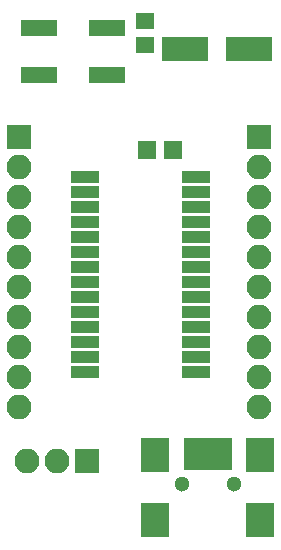
<source format=gts>
%TF.GenerationSoftware,KiCad,Pcbnew,4.0.7*%
%TF.CreationDate,2019-09-16T14:18:56-03:00*%
%TF.ProjectId,pinguicaro,70696E6775696361726F2E6B69636164,rev?*%
%TF.FileFunction,Soldermask,Top*%
%FSLAX46Y46*%
G04 Gerber Fmt 4.6, Leading zero omitted, Abs format (unit mm)*
G04 Created by KiCad (PCBNEW 4.0.7) date Mon Sep 16 14:18:56 2019*
%MOMM*%
%LPD*%
G01*
G04 APERTURE LIST*
%ADD10C,0.100000*%
%ADD11R,1.650000X1.400000*%
%ADD12R,3.900000X2.000000*%
%ADD13R,1.600000X1.600000*%
%ADD14R,0.900000X2.700000*%
%ADD15R,2.400000X2.900000*%
%ADD16C,1.300000*%
%ADD17R,3.150000X1.400000*%
%ADD18R,2.400000X1.000000*%
%ADD19R,2.100000X2.100000*%
%ADD20O,2.100000X2.100000*%
G04 APERTURE END LIST*
D10*
D11*
X159225000Y-81600000D03*
X159225000Y-83600000D03*
D12*
X162650000Y-84000000D03*
X168050000Y-84000000D03*
D13*
X161650000Y-92500000D03*
X159450000Y-92500000D03*
D14*
X162975000Y-118225000D03*
X163775000Y-118225000D03*
X164575000Y-118225000D03*
X165375000Y-118225000D03*
X166175000Y-118225000D03*
D15*
X160125000Y-118325000D03*
X160125000Y-123825000D03*
X169025000Y-118325000D03*
X169025000Y-123825000D03*
D16*
X162375000Y-120825000D03*
X166775000Y-120825000D03*
D17*
X156055000Y-86200000D03*
X150295000Y-86200000D03*
X150295000Y-82200000D03*
X156055000Y-82200000D03*
D18*
X154153952Y-94845000D03*
X154153952Y-96115000D03*
X154153952Y-97385000D03*
X154153952Y-98655000D03*
X154153952Y-99925000D03*
X154153952Y-101195000D03*
X154153952Y-102465000D03*
X154153952Y-103735000D03*
X154153952Y-105005000D03*
X154153952Y-106275000D03*
X154153952Y-107545000D03*
X154153952Y-108815000D03*
X154153952Y-110085000D03*
X154153952Y-111355000D03*
X163553952Y-111355000D03*
X163553952Y-110085000D03*
X163553952Y-108815000D03*
X163553952Y-107545000D03*
X163553952Y-106275000D03*
X163553952Y-105005000D03*
X163553952Y-103735000D03*
X163553952Y-102465000D03*
X163553952Y-101195000D03*
X163553952Y-99925000D03*
X163553952Y-98655000D03*
X163553952Y-97385000D03*
X163553952Y-96115000D03*
X163553952Y-94845000D03*
D19*
X154300000Y-118825000D03*
D20*
X151760000Y-118825000D03*
X149220000Y-118825000D03*
D19*
X168910000Y-91440000D03*
D20*
X168910000Y-93980000D03*
X168910000Y-96520000D03*
X168910000Y-99060000D03*
X168910000Y-101600000D03*
X168910000Y-104140000D03*
X168910000Y-106680000D03*
X168910000Y-109220000D03*
X168910000Y-111760000D03*
X168910000Y-114300000D03*
D19*
X148590000Y-91440000D03*
D20*
X148590000Y-93980000D03*
X148590000Y-96520000D03*
X148590000Y-99060000D03*
X148590000Y-101600000D03*
X148590000Y-104140000D03*
X148590000Y-106680000D03*
X148590000Y-109220000D03*
X148590000Y-111760000D03*
X148590000Y-114300000D03*
M02*

</source>
